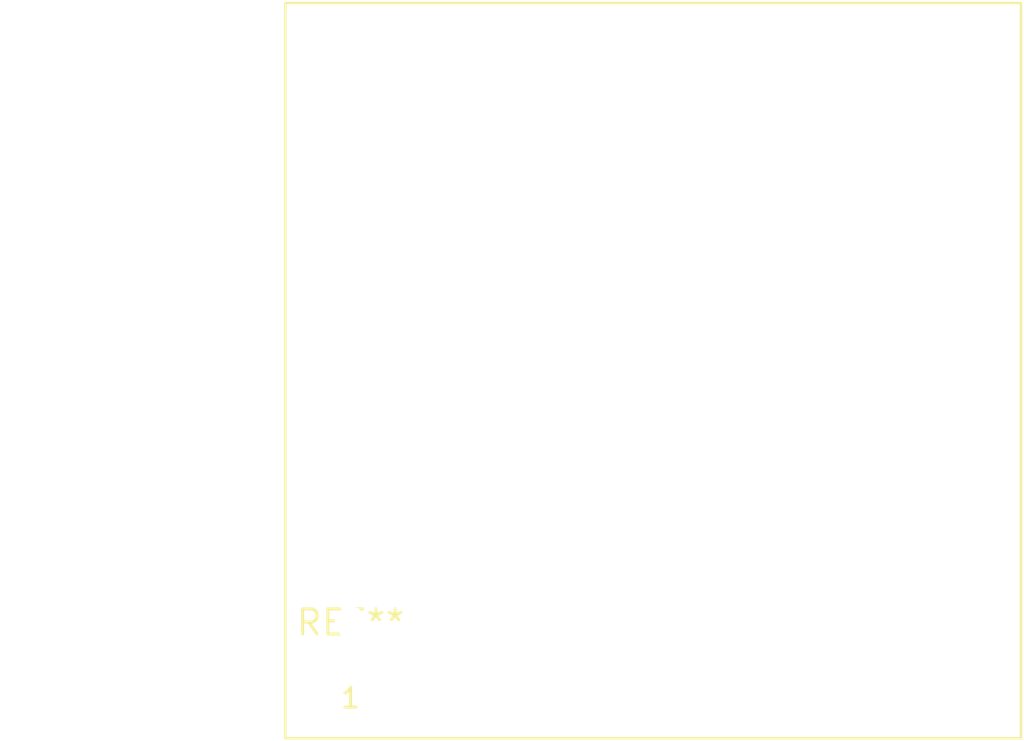
<source format=kicad_pcb>
(kicad_pcb (version 20240108) (generator pcbnew)
  (layers (0 "F.Cu" signal) (31 "B.Cu" signal) (34 "B.Paste" user) (35 "F.Paste" user) (36 "B.SilkS" user "B.Silkscreen") (37 "F.SilkS" user "F.Silkscreen") (38 "B.Mask" user) (39 "F.Mask" user) (44 "Edge.Cuts" user))
  (net 0 "")
  (footprint "Transformer_Myrra_74040_Horizontal" (layer "F.Cu") (at 0 0)
    (property "Reference" "REF**")
    (property "Value" "Transformer_Myrra_74040_Horizontal")
    (fp_line (start -3.29 -31.23) (end -3.29 5.83) (layer "F.SilkS") (stroke (width 0.12)))
    (fp_line (start -3.29 -31.23) (end 33.77 -31.23) (layer "F.SilkS") (stroke (width 0.12)))
    (fp_line (start 33.77 5.83) (end -3.29 5.83) (layer "F.SilkS") (stroke (width 0.12)))
    (fp_line (start 33.77 5.83) (end 33.77 -31.23) (layer "F.SilkS") (stroke (width 0.12)))
    (fp_text user "1" (at 0 3.81 0) (layer "F.SilkS"))
    (pad "1" thru_hole circle (at 0 0) (size 2.5 2.5) (drill 1.6) (layers *.Cu *.Mask) (remove_unused_layers))
    (pad "2" thru_hole circle (at 5.08 0) (size 2.5 2.5) (drill 1.6) (layers *.Cu *.Mask) (remove_unused_layers))
    (pad "3" thru_hole circle (at 10.16 0) (size 2.5 2.5) (drill 1.6) (layers *.Cu *.Mask) (remove_unused_layers))
    (pad "5" thru_hole circle (at 20.32 0) (size 2.5 2.5) (drill 1.6) (layers *.Cu *.Mask) (remove_unused_layers))
    (pad "6" thru_hole circle (at 25.4 0) (size 2.5 2.5) (drill 1.6) (layers *.Cu *.Mask) (remove_unused_layers))
    (pad "7" thru_hole circle (at 30.48 0) (size 2.5 2.5) (drill 1.6) (layers *.Cu *.Mask) (remove_unused_layers))
    (pad "8" thru_hole circle (at 30.48 -25.4) (size 2.5 2.5) (drill 1.6) (layers *.Cu *.Mask) (remove_unused_layers))
    (pad "9" thru_hole circle (at 25.4 -25.4) (size 2.5 2.5) (drill 1.6) (layers *.Cu *.Mask) (remove_unused_layers))
    (pad "10" thru_hole circle (at 20.32 -25.4) (size 2.5 2.5) (drill 1.6) (layers *.Cu *.Mask) (remove_unused_layers))
    (pad "11" thru_hole circle (at 15.24 -25.4) (size 2.5 2.5) (drill 1.6) (layers *.Cu *.Mask) (remove_unused_layers))
    (pad "12" thru_hole circle (at 10.16 -25.4) (size 2.5 2.5) (drill 1.6) (layers *.Cu *.Mask) (remove_unused_layers))
    (pad "13" thru_hole circle (at 5.08 -25.4) (size 2.5 2.5) (drill 1.6) (layers *.Cu *.Mask) (remove_unused_layers))
    (pad "14" thru_hole circle (at 0 -25.4) (size 2.5 2.5) (drill 1.6) (layers *.Cu *.Mask) (remove_unused_layers))
  )
)
</source>
